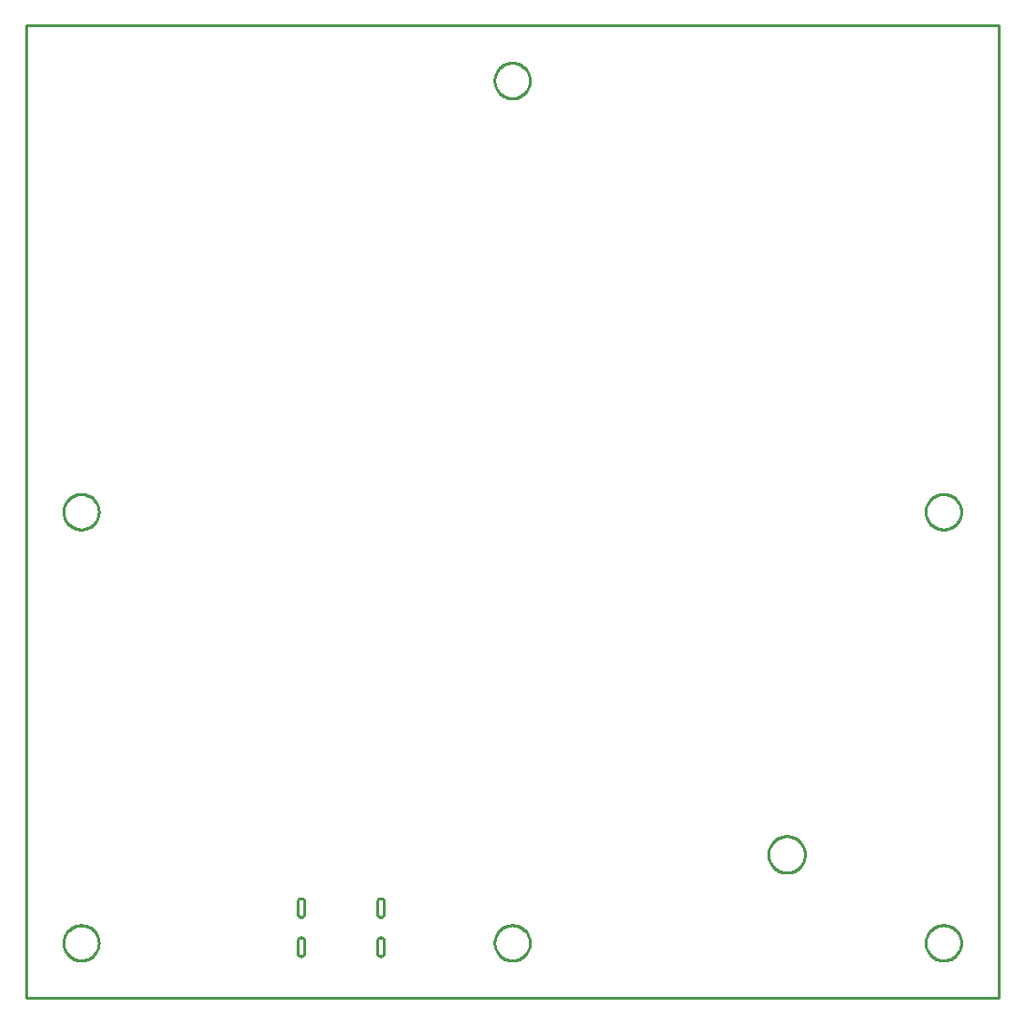
<source format=gbr>
G04 EAGLE Gerber RS-274X export*
G75*
%MOMM*%
%FSLAX34Y34*%
%LPD*%
%IN*%
%IPPOS*%
%AMOC8*
5,1,8,0,0,1.08239X$1,22.5*%
G01*
%ADD10C,0.254000*%


D10*
X0Y0D02*
X880000Y0D01*
X880000Y880000D01*
X0Y880000D01*
X0Y0D01*
X318000Y76500D02*
X318011Y76239D01*
X318046Y75979D01*
X318102Y75724D01*
X318181Y75474D01*
X318281Y75232D01*
X318402Y75000D01*
X318543Y74779D01*
X318702Y74572D01*
X318879Y74379D01*
X319072Y74202D01*
X319279Y74043D01*
X319500Y73902D01*
X319732Y73781D01*
X319974Y73681D01*
X320224Y73602D01*
X320479Y73546D01*
X320739Y73511D01*
X321000Y73500D01*
X321261Y73511D01*
X321521Y73546D01*
X321776Y73602D01*
X322026Y73681D01*
X322268Y73781D01*
X322500Y73902D01*
X322721Y74043D01*
X322928Y74202D01*
X323121Y74379D01*
X323298Y74572D01*
X323457Y74779D01*
X323598Y75000D01*
X323719Y75232D01*
X323819Y75474D01*
X323898Y75724D01*
X323954Y75979D01*
X323989Y76239D01*
X324000Y76500D01*
X324000Y87500D01*
X323989Y87761D01*
X323954Y88021D01*
X323898Y88276D01*
X323819Y88526D01*
X323719Y88768D01*
X323598Y89000D01*
X323457Y89221D01*
X323298Y89428D01*
X323121Y89621D01*
X322928Y89798D01*
X322721Y89957D01*
X322500Y90098D01*
X322268Y90219D01*
X322026Y90319D01*
X321776Y90398D01*
X321521Y90454D01*
X321261Y90489D01*
X321000Y90500D01*
X320739Y90489D01*
X320479Y90454D01*
X320224Y90398D01*
X319974Y90319D01*
X319732Y90219D01*
X319500Y90098D01*
X319279Y89957D01*
X319072Y89798D01*
X318879Y89621D01*
X318702Y89428D01*
X318543Y89221D01*
X318402Y89000D01*
X318281Y88768D01*
X318181Y88526D01*
X318102Y88276D01*
X318046Y88021D01*
X318011Y87761D01*
X318000Y87500D01*
X318000Y76500D01*
X246000Y76500D02*
X246011Y76239D01*
X246046Y75979D01*
X246102Y75724D01*
X246181Y75474D01*
X246281Y75232D01*
X246402Y75000D01*
X246543Y74779D01*
X246702Y74572D01*
X246879Y74379D01*
X247072Y74202D01*
X247279Y74043D01*
X247500Y73902D01*
X247732Y73781D01*
X247974Y73681D01*
X248224Y73602D01*
X248479Y73546D01*
X248739Y73511D01*
X249000Y73500D01*
X249261Y73511D01*
X249521Y73546D01*
X249776Y73602D01*
X250026Y73681D01*
X250268Y73781D01*
X250500Y73902D01*
X250721Y74043D01*
X250928Y74202D01*
X251121Y74379D01*
X251298Y74572D01*
X251457Y74779D01*
X251598Y75000D01*
X251719Y75232D01*
X251819Y75474D01*
X251898Y75724D01*
X251954Y75979D01*
X251989Y76239D01*
X252000Y76500D01*
X252000Y87500D01*
X251989Y87761D01*
X251954Y88021D01*
X251898Y88276D01*
X251819Y88526D01*
X251719Y88768D01*
X251598Y89000D01*
X251457Y89221D01*
X251298Y89428D01*
X251121Y89621D01*
X250928Y89798D01*
X250721Y89957D01*
X250500Y90098D01*
X250268Y90219D01*
X250026Y90319D01*
X249776Y90398D01*
X249521Y90454D01*
X249261Y90489D01*
X249000Y90500D01*
X248739Y90489D01*
X248479Y90454D01*
X248224Y90398D01*
X247974Y90319D01*
X247732Y90219D01*
X247500Y90098D01*
X247279Y89957D01*
X247072Y89798D01*
X246879Y89621D01*
X246702Y89428D01*
X246543Y89221D01*
X246402Y89000D01*
X246281Y88768D01*
X246181Y88526D01*
X246102Y88276D01*
X246046Y88021D01*
X246011Y87761D01*
X246000Y87500D01*
X246000Y76500D01*
X318000Y41000D02*
X318011Y40739D01*
X318046Y40479D01*
X318102Y40224D01*
X318181Y39974D01*
X318281Y39732D01*
X318402Y39500D01*
X318543Y39279D01*
X318702Y39072D01*
X318879Y38879D01*
X319072Y38702D01*
X319279Y38543D01*
X319500Y38402D01*
X319732Y38281D01*
X319974Y38181D01*
X320224Y38102D01*
X320479Y38046D01*
X320739Y38011D01*
X321000Y38000D01*
X321261Y38011D01*
X321521Y38046D01*
X321776Y38102D01*
X322026Y38181D01*
X322268Y38281D01*
X322500Y38402D01*
X322721Y38543D01*
X322928Y38702D01*
X323121Y38879D01*
X323298Y39072D01*
X323457Y39279D01*
X323598Y39500D01*
X323719Y39732D01*
X323819Y39974D01*
X323898Y40224D01*
X323954Y40479D01*
X323989Y40739D01*
X324000Y41000D01*
X324000Y52000D01*
X323989Y52261D01*
X323954Y52521D01*
X323898Y52776D01*
X323819Y53026D01*
X323719Y53268D01*
X323598Y53500D01*
X323457Y53721D01*
X323298Y53928D01*
X323121Y54121D01*
X322928Y54298D01*
X322721Y54457D01*
X322500Y54598D01*
X322268Y54719D01*
X322026Y54819D01*
X321776Y54898D01*
X321521Y54954D01*
X321261Y54989D01*
X321000Y55000D01*
X320739Y54989D01*
X320479Y54954D01*
X320224Y54898D01*
X319974Y54819D01*
X319732Y54719D01*
X319500Y54598D01*
X319279Y54457D01*
X319072Y54298D01*
X318879Y54121D01*
X318702Y53928D01*
X318543Y53721D01*
X318402Y53500D01*
X318281Y53268D01*
X318181Y53026D01*
X318102Y52776D01*
X318046Y52521D01*
X318011Y52261D01*
X318000Y52000D01*
X318000Y41000D01*
X246000Y41000D02*
X246011Y40739D01*
X246046Y40479D01*
X246102Y40224D01*
X246181Y39974D01*
X246281Y39732D01*
X246402Y39500D01*
X246543Y39279D01*
X246702Y39072D01*
X246879Y38879D01*
X247072Y38702D01*
X247279Y38543D01*
X247500Y38402D01*
X247732Y38281D01*
X247974Y38181D01*
X248224Y38102D01*
X248479Y38046D01*
X248739Y38011D01*
X249000Y38000D01*
X249261Y38011D01*
X249521Y38046D01*
X249776Y38102D01*
X250026Y38181D01*
X250268Y38281D01*
X250500Y38402D01*
X250721Y38543D01*
X250928Y38702D01*
X251121Y38879D01*
X251298Y39072D01*
X251457Y39279D01*
X251598Y39500D01*
X251719Y39732D01*
X251819Y39974D01*
X251898Y40224D01*
X251954Y40479D01*
X251989Y40739D01*
X252000Y41000D01*
X252000Y52000D01*
X251989Y52261D01*
X251954Y52521D01*
X251898Y52776D01*
X251819Y53026D01*
X251719Y53268D01*
X251598Y53500D01*
X251457Y53721D01*
X251298Y53928D01*
X251121Y54121D01*
X250928Y54298D01*
X250721Y54457D01*
X250500Y54598D01*
X250268Y54719D01*
X250026Y54819D01*
X249776Y54898D01*
X249521Y54954D01*
X249261Y54989D01*
X249000Y55000D01*
X248739Y54989D01*
X248479Y54954D01*
X248224Y54898D01*
X247974Y54819D01*
X247732Y54719D01*
X247500Y54598D01*
X247279Y54457D01*
X247072Y54298D01*
X246879Y54121D01*
X246702Y53928D01*
X246543Y53721D01*
X246402Y53500D01*
X246281Y53268D01*
X246181Y53026D01*
X246102Y52776D01*
X246046Y52521D01*
X246011Y52261D01*
X246000Y52000D01*
X246000Y41000D01*
X846000Y49476D02*
X845932Y48431D01*
X845795Y47392D01*
X845590Y46365D01*
X845319Y45353D01*
X844983Y44361D01*
X844582Y43393D01*
X844118Y42454D01*
X843595Y41546D01*
X843013Y40675D01*
X842375Y39844D01*
X841684Y39057D01*
X840943Y38316D01*
X840156Y37625D01*
X839325Y36988D01*
X838454Y36406D01*
X837546Y35882D01*
X836607Y35418D01*
X835639Y35017D01*
X834647Y34681D01*
X833635Y34410D01*
X832608Y34205D01*
X831569Y34069D01*
X830524Y34000D01*
X829476Y34000D01*
X828431Y34069D01*
X827392Y34205D01*
X826365Y34410D01*
X825353Y34681D01*
X824361Y35017D01*
X823393Y35418D01*
X822454Y35882D01*
X821546Y36406D01*
X820675Y36988D01*
X819844Y37625D01*
X819057Y38316D01*
X818316Y39057D01*
X817625Y39844D01*
X816988Y40675D01*
X816406Y41546D01*
X815882Y42454D01*
X815418Y43393D01*
X815017Y44361D01*
X814681Y45353D01*
X814410Y46365D01*
X814205Y47392D01*
X814069Y48431D01*
X814000Y49476D01*
X814000Y50524D01*
X814069Y51569D01*
X814205Y52608D01*
X814410Y53635D01*
X814681Y54647D01*
X815017Y55639D01*
X815418Y56607D01*
X815882Y57546D01*
X816406Y58454D01*
X816988Y59325D01*
X817625Y60156D01*
X818316Y60943D01*
X819057Y61684D01*
X819844Y62375D01*
X820675Y63013D01*
X821546Y63595D01*
X822454Y64118D01*
X823393Y64582D01*
X824361Y64983D01*
X825353Y65319D01*
X826365Y65590D01*
X827392Y65795D01*
X828431Y65932D01*
X829476Y66000D01*
X830524Y66000D01*
X831569Y65932D01*
X832608Y65795D01*
X833635Y65590D01*
X834647Y65319D01*
X835639Y64983D01*
X836607Y64582D01*
X837546Y64118D01*
X838454Y63595D01*
X839325Y63013D01*
X840156Y62375D01*
X840943Y61684D01*
X841684Y60943D01*
X842375Y60156D01*
X843013Y59325D01*
X843595Y58454D01*
X844118Y57546D01*
X844582Y56607D01*
X844983Y55639D01*
X845319Y54647D01*
X845590Y53635D01*
X845795Y52608D01*
X845932Y51569D01*
X846000Y50524D01*
X846000Y49476D01*
X66000Y49476D02*
X65932Y48431D01*
X65795Y47392D01*
X65590Y46365D01*
X65319Y45353D01*
X64983Y44361D01*
X64582Y43393D01*
X64118Y42454D01*
X63595Y41546D01*
X63013Y40675D01*
X62375Y39844D01*
X61684Y39057D01*
X60943Y38316D01*
X60156Y37625D01*
X59325Y36988D01*
X58454Y36406D01*
X57546Y35882D01*
X56607Y35418D01*
X55639Y35017D01*
X54647Y34681D01*
X53635Y34410D01*
X52608Y34205D01*
X51569Y34069D01*
X50524Y34000D01*
X49476Y34000D01*
X48431Y34069D01*
X47392Y34205D01*
X46365Y34410D01*
X45353Y34681D01*
X44361Y35017D01*
X43393Y35418D01*
X42454Y35882D01*
X41546Y36406D01*
X40675Y36988D01*
X39844Y37625D01*
X39057Y38316D01*
X38316Y39057D01*
X37625Y39844D01*
X36988Y40675D01*
X36406Y41546D01*
X35882Y42454D01*
X35418Y43393D01*
X35017Y44361D01*
X34681Y45353D01*
X34410Y46365D01*
X34205Y47392D01*
X34069Y48431D01*
X34000Y49476D01*
X34000Y50524D01*
X34069Y51569D01*
X34205Y52608D01*
X34410Y53635D01*
X34681Y54647D01*
X35017Y55639D01*
X35418Y56607D01*
X35882Y57546D01*
X36406Y58454D01*
X36988Y59325D01*
X37625Y60156D01*
X38316Y60943D01*
X39057Y61684D01*
X39844Y62375D01*
X40675Y63013D01*
X41546Y63595D01*
X42454Y64118D01*
X43393Y64582D01*
X44361Y64983D01*
X45353Y65319D01*
X46365Y65590D01*
X47392Y65795D01*
X48431Y65932D01*
X49476Y66000D01*
X50524Y66000D01*
X51569Y65932D01*
X52608Y65795D01*
X53635Y65590D01*
X54647Y65319D01*
X55639Y64983D01*
X56607Y64582D01*
X57546Y64118D01*
X58454Y63595D01*
X59325Y63013D01*
X60156Y62375D01*
X60943Y61684D01*
X61684Y60943D01*
X62375Y60156D01*
X63013Y59325D01*
X63595Y58454D01*
X64118Y57546D01*
X64582Y56607D01*
X64983Y55639D01*
X65319Y54647D01*
X65590Y53635D01*
X65795Y52608D01*
X65932Y51569D01*
X66000Y50524D01*
X66000Y49476D01*
X66000Y439476D02*
X65932Y438431D01*
X65795Y437392D01*
X65590Y436365D01*
X65319Y435353D01*
X64983Y434361D01*
X64582Y433393D01*
X64118Y432454D01*
X63595Y431546D01*
X63013Y430675D01*
X62375Y429844D01*
X61684Y429057D01*
X60943Y428316D01*
X60156Y427625D01*
X59325Y426988D01*
X58454Y426406D01*
X57546Y425882D01*
X56607Y425418D01*
X55639Y425017D01*
X54647Y424681D01*
X53635Y424410D01*
X52608Y424205D01*
X51569Y424069D01*
X50524Y424000D01*
X49476Y424000D01*
X48431Y424069D01*
X47392Y424205D01*
X46365Y424410D01*
X45353Y424681D01*
X44361Y425017D01*
X43393Y425418D01*
X42454Y425882D01*
X41546Y426406D01*
X40675Y426988D01*
X39844Y427625D01*
X39057Y428316D01*
X38316Y429057D01*
X37625Y429844D01*
X36988Y430675D01*
X36406Y431546D01*
X35882Y432454D01*
X35418Y433393D01*
X35017Y434361D01*
X34681Y435353D01*
X34410Y436365D01*
X34205Y437392D01*
X34069Y438431D01*
X34000Y439476D01*
X34000Y440524D01*
X34069Y441569D01*
X34205Y442608D01*
X34410Y443635D01*
X34681Y444647D01*
X35017Y445639D01*
X35418Y446607D01*
X35882Y447546D01*
X36406Y448454D01*
X36988Y449325D01*
X37625Y450156D01*
X38316Y450943D01*
X39057Y451684D01*
X39844Y452375D01*
X40675Y453013D01*
X41546Y453595D01*
X42454Y454118D01*
X43393Y454582D01*
X44361Y454983D01*
X45353Y455319D01*
X46365Y455590D01*
X47392Y455795D01*
X48431Y455932D01*
X49476Y456000D01*
X50524Y456000D01*
X51569Y455932D01*
X52608Y455795D01*
X53635Y455590D01*
X54647Y455319D01*
X55639Y454983D01*
X56607Y454582D01*
X57546Y454118D01*
X58454Y453595D01*
X59325Y453013D01*
X60156Y452375D01*
X60943Y451684D01*
X61684Y450943D01*
X62375Y450156D01*
X63013Y449325D01*
X63595Y448454D01*
X64118Y447546D01*
X64582Y446607D01*
X64983Y445639D01*
X65319Y444647D01*
X65590Y443635D01*
X65795Y442608D01*
X65932Y441569D01*
X66000Y440524D01*
X66000Y439476D01*
X456000Y49476D02*
X455932Y48431D01*
X455795Y47392D01*
X455590Y46365D01*
X455319Y45353D01*
X454983Y44361D01*
X454582Y43393D01*
X454118Y42454D01*
X453595Y41546D01*
X453013Y40675D01*
X452375Y39844D01*
X451684Y39057D01*
X450943Y38316D01*
X450156Y37625D01*
X449325Y36988D01*
X448454Y36406D01*
X447546Y35882D01*
X446607Y35418D01*
X445639Y35017D01*
X444647Y34681D01*
X443635Y34410D01*
X442608Y34205D01*
X441569Y34069D01*
X440524Y34000D01*
X439476Y34000D01*
X438431Y34069D01*
X437392Y34205D01*
X436365Y34410D01*
X435353Y34681D01*
X434361Y35017D01*
X433393Y35418D01*
X432454Y35882D01*
X431546Y36406D01*
X430675Y36988D01*
X429844Y37625D01*
X429057Y38316D01*
X428316Y39057D01*
X427625Y39844D01*
X426988Y40675D01*
X426406Y41546D01*
X425882Y42454D01*
X425418Y43393D01*
X425017Y44361D01*
X424681Y45353D01*
X424410Y46365D01*
X424205Y47392D01*
X424069Y48431D01*
X424000Y49476D01*
X424000Y50524D01*
X424069Y51569D01*
X424205Y52608D01*
X424410Y53635D01*
X424681Y54647D01*
X425017Y55639D01*
X425418Y56607D01*
X425882Y57546D01*
X426406Y58454D01*
X426988Y59325D01*
X427625Y60156D01*
X428316Y60943D01*
X429057Y61684D01*
X429844Y62375D01*
X430675Y63013D01*
X431546Y63595D01*
X432454Y64118D01*
X433393Y64582D01*
X434361Y64983D01*
X435353Y65319D01*
X436365Y65590D01*
X437392Y65795D01*
X438431Y65932D01*
X439476Y66000D01*
X440524Y66000D01*
X441569Y65932D01*
X442608Y65795D01*
X443635Y65590D01*
X444647Y65319D01*
X445639Y64983D01*
X446607Y64582D01*
X447546Y64118D01*
X448454Y63595D01*
X449325Y63013D01*
X450156Y62375D01*
X450943Y61684D01*
X451684Y60943D01*
X452375Y60156D01*
X453013Y59325D01*
X453595Y58454D01*
X454118Y57546D01*
X454582Y56607D01*
X454983Y55639D01*
X455319Y54647D01*
X455590Y53635D01*
X455795Y52608D01*
X455932Y51569D01*
X456000Y50524D01*
X456000Y49476D01*
X846000Y439476D02*
X845932Y438431D01*
X845795Y437392D01*
X845590Y436365D01*
X845319Y435353D01*
X844983Y434361D01*
X844582Y433393D01*
X844118Y432454D01*
X843595Y431546D01*
X843013Y430675D01*
X842375Y429844D01*
X841684Y429057D01*
X840943Y428316D01*
X840156Y427625D01*
X839325Y426988D01*
X838454Y426406D01*
X837546Y425882D01*
X836607Y425418D01*
X835639Y425017D01*
X834647Y424681D01*
X833635Y424410D01*
X832608Y424205D01*
X831569Y424069D01*
X830524Y424000D01*
X829476Y424000D01*
X828431Y424069D01*
X827392Y424205D01*
X826365Y424410D01*
X825353Y424681D01*
X824361Y425017D01*
X823393Y425418D01*
X822454Y425882D01*
X821546Y426406D01*
X820675Y426988D01*
X819844Y427625D01*
X819057Y428316D01*
X818316Y429057D01*
X817625Y429844D01*
X816988Y430675D01*
X816406Y431546D01*
X815882Y432454D01*
X815418Y433393D01*
X815017Y434361D01*
X814681Y435353D01*
X814410Y436365D01*
X814205Y437392D01*
X814069Y438431D01*
X814000Y439476D01*
X814000Y440524D01*
X814069Y441569D01*
X814205Y442608D01*
X814410Y443635D01*
X814681Y444647D01*
X815017Y445639D01*
X815418Y446607D01*
X815882Y447546D01*
X816406Y448454D01*
X816988Y449325D01*
X817625Y450156D01*
X818316Y450943D01*
X819057Y451684D01*
X819844Y452375D01*
X820675Y453013D01*
X821546Y453595D01*
X822454Y454118D01*
X823393Y454582D01*
X824361Y454983D01*
X825353Y455319D01*
X826365Y455590D01*
X827392Y455795D01*
X828431Y455932D01*
X829476Y456000D01*
X830524Y456000D01*
X831569Y455932D01*
X832608Y455795D01*
X833635Y455590D01*
X834647Y455319D01*
X835639Y454983D01*
X836607Y454582D01*
X837546Y454118D01*
X838454Y453595D01*
X839325Y453013D01*
X840156Y452375D01*
X840943Y451684D01*
X841684Y450943D01*
X842375Y450156D01*
X843013Y449325D01*
X843595Y448454D01*
X844118Y447546D01*
X844582Y446607D01*
X844983Y445639D01*
X845319Y444647D01*
X845590Y443635D01*
X845795Y442608D01*
X845932Y441569D01*
X846000Y440524D01*
X846000Y439476D01*
X456000Y829476D02*
X455932Y828431D01*
X455795Y827392D01*
X455590Y826365D01*
X455319Y825353D01*
X454983Y824361D01*
X454582Y823393D01*
X454118Y822454D01*
X453595Y821546D01*
X453013Y820675D01*
X452375Y819844D01*
X451684Y819057D01*
X450943Y818316D01*
X450156Y817625D01*
X449325Y816988D01*
X448454Y816406D01*
X447546Y815882D01*
X446607Y815418D01*
X445639Y815017D01*
X444647Y814681D01*
X443635Y814410D01*
X442608Y814205D01*
X441569Y814069D01*
X440524Y814000D01*
X439476Y814000D01*
X438431Y814069D01*
X437392Y814205D01*
X436365Y814410D01*
X435353Y814681D01*
X434361Y815017D01*
X433393Y815418D01*
X432454Y815882D01*
X431546Y816406D01*
X430675Y816988D01*
X429844Y817625D01*
X429057Y818316D01*
X428316Y819057D01*
X427625Y819844D01*
X426988Y820675D01*
X426406Y821546D01*
X425882Y822454D01*
X425418Y823393D01*
X425017Y824361D01*
X424681Y825353D01*
X424410Y826365D01*
X424205Y827392D01*
X424069Y828431D01*
X424000Y829476D01*
X424000Y830524D01*
X424069Y831569D01*
X424205Y832608D01*
X424410Y833635D01*
X424681Y834647D01*
X425017Y835639D01*
X425418Y836607D01*
X425882Y837546D01*
X426406Y838454D01*
X426988Y839325D01*
X427625Y840156D01*
X428316Y840943D01*
X429057Y841684D01*
X429844Y842375D01*
X430675Y843013D01*
X431546Y843595D01*
X432454Y844118D01*
X433393Y844582D01*
X434361Y844983D01*
X435353Y845319D01*
X436365Y845590D01*
X437392Y845795D01*
X438431Y845932D01*
X439476Y846000D01*
X440524Y846000D01*
X441569Y845932D01*
X442608Y845795D01*
X443635Y845590D01*
X444647Y845319D01*
X445639Y844983D01*
X446607Y844582D01*
X447546Y844118D01*
X448454Y843595D01*
X449325Y843013D01*
X450156Y842375D01*
X450943Y841684D01*
X451684Y840943D01*
X452375Y840156D01*
X453013Y839325D01*
X453595Y838454D01*
X454118Y837546D01*
X454582Y836607D01*
X454983Y835639D01*
X455319Y834647D01*
X455590Y833635D01*
X455795Y832608D01*
X455932Y831569D01*
X456000Y830524D01*
X456000Y829476D01*
X687720Y113490D02*
X686641Y113561D01*
X685569Y113702D01*
X684509Y113913D01*
X683465Y114192D01*
X682441Y114540D01*
X681443Y114954D01*
X680473Y115432D01*
X679537Y115972D01*
X678638Y116573D01*
X677781Y117231D01*
X676968Y117944D01*
X676204Y118708D01*
X675491Y119521D01*
X674833Y120378D01*
X674232Y121277D01*
X673692Y122213D01*
X673214Y123183D01*
X672800Y124181D01*
X672452Y125205D01*
X672173Y126249D01*
X671962Y127309D01*
X671821Y128381D01*
X671750Y129460D01*
X671750Y130540D01*
X671821Y131619D01*
X671962Y132691D01*
X672173Y133751D01*
X672452Y134795D01*
X672800Y135819D01*
X673214Y136817D01*
X673692Y137787D01*
X674232Y138723D01*
X674833Y139622D01*
X675491Y140479D01*
X676204Y141292D01*
X676968Y142057D01*
X677781Y142769D01*
X678638Y143427D01*
X679537Y144028D01*
X680473Y144568D01*
X681443Y145046D01*
X682441Y145460D01*
X683465Y145808D01*
X684509Y146087D01*
X685569Y146298D01*
X686641Y146439D01*
X687720Y146510D01*
X688800Y146510D01*
X689879Y146439D01*
X690951Y146298D01*
X692011Y146087D01*
X693055Y145808D01*
X694079Y145460D01*
X695077Y145046D01*
X696047Y144568D01*
X696983Y144028D01*
X697882Y143427D01*
X698739Y142769D01*
X699552Y142057D01*
X700317Y141292D01*
X701029Y140479D01*
X701687Y139622D01*
X702288Y138723D01*
X702828Y137787D01*
X703306Y136817D01*
X703720Y135819D01*
X704068Y134795D01*
X704347Y133751D01*
X704558Y132691D01*
X704699Y131619D01*
X704770Y130540D01*
X704770Y129460D01*
X704699Y128381D01*
X704558Y127309D01*
X704347Y126249D01*
X704068Y125205D01*
X703720Y124181D01*
X703306Y123183D01*
X702828Y122213D01*
X702288Y121277D01*
X701687Y120378D01*
X701029Y119521D01*
X700317Y118708D01*
X699552Y117944D01*
X698739Y117231D01*
X697882Y116573D01*
X696983Y115972D01*
X696047Y115432D01*
X695077Y114954D01*
X694079Y114540D01*
X693055Y114192D01*
X692011Y113913D01*
X690951Y113702D01*
X689879Y113561D01*
X688800Y113490D01*
X687720Y113490D01*
M02*

</source>
